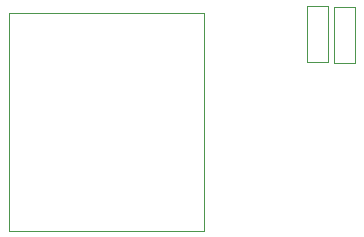
<source format=gbr>
%TF.GenerationSoftware,KiCad,Pcbnew,5.1.9+dfsg1-1*%
%TF.CreationDate,2021-05-22T16:02:53+02:00*%
%TF.ProjectId,smartyreader_ng_lora,736d6172-7479-4726-9561-6465725f6e67,rev?*%
%TF.SameCoordinates,Original*%
%TF.FileFunction,Other,User*%
%FSLAX46Y46*%
G04 Gerber Fmt 4.6, Leading zero omitted, Abs format (unit mm)*
G04 Created by KiCad (PCBNEW 5.1.9+dfsg1-1) date 2021-05-22 16:02:53*
%MOMM*%
%LPD*%
G01*
G04 APERTURE LIST*
%ADD10C,0.050000*%
G04 APERTURE END LIST*
D10*
%TO.C,D2*%
X155056000Y-109410000D02*
X155056000Y-114110000D01*
X155056000Y-109410000D02*
X156856000Y-109410000D01*
X156856000Y-114110000D02*
X155056000Y-114110000D01*
X156856000Y-114110000D02*
X156856000Y-109410000D01*
%TO.C,D1*%
X154570000Y-114030000D02*
X154570000Y-109330000D01*
X154570000Y-114030000D02*
X152770000Y-114030000D01*
X152770000Y-109330000D02*
X154570000Y-109330000D01*
X152770000Y-109330000D02*
X152770000Y-114030000D01*
%TO.C,U1*%
X144060000Y-128376000D02*
X144060000Y-109876000D01*
X144060000Y-109876000D02*
X127560000Y-109876000D01*
X127560000Y-128376000D02*
X127560000Y-109876000D01*
X127560000Y-128376000D02*
X144060000Y-128376000D01*
%TD*%
M02*

</source>
